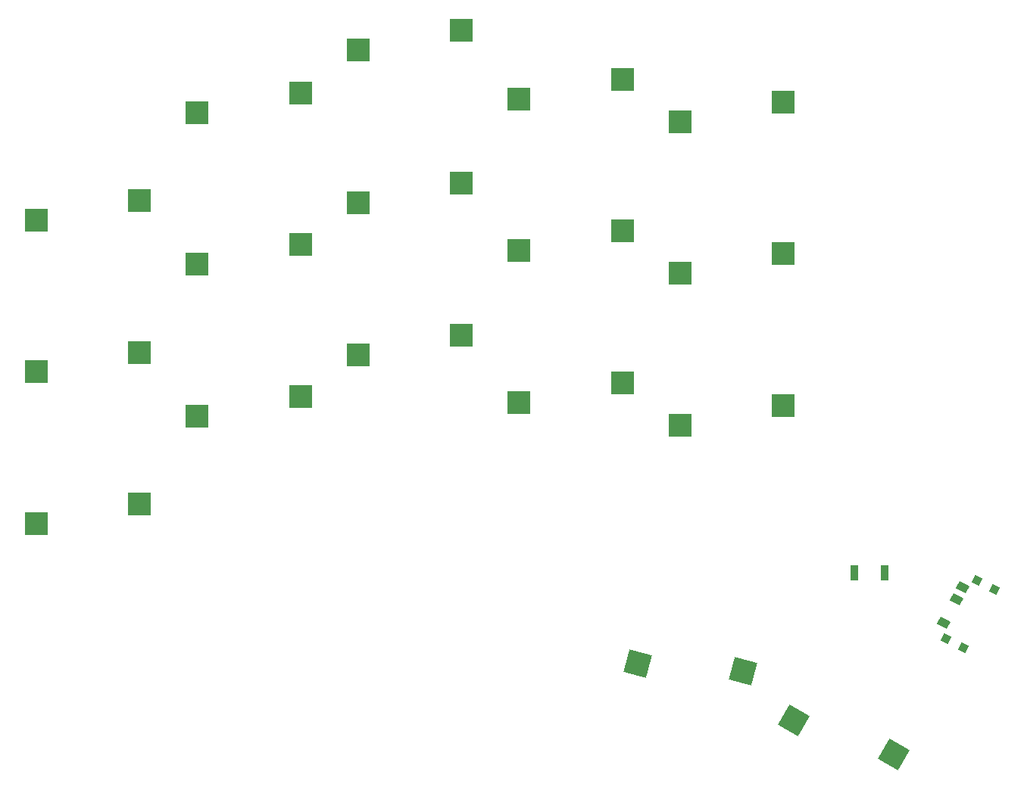
<source format=gbr>
%TF.GenerationSoftware,KiCad,Pcbnew,(6.0.7-1)-1*%
%TF.CreationDate,2022-09-01T14:34:03+02:00*%
%TF.ProjectId,sweep_no_curve,73776565-705f-46e6-9f5f-63757276652e,rev?*%
%TF.SameCoordinates,Original*%
%TF.FileFunction,Paste,Top*%
%TF.FilePolarity,Positive*%
%FSLAX46Y46*%
G04 Gerber Fmt 4.6, Leading zero omitted, Abs format (unit mm)*
G04 Created by KiCad (PCBNEW (6.0.7-1)-1) date 2022-09-01 14:34:03*
%MOMM*%
%LPD*%
G01*
G04 APERTURE LIST*
G04 Aperture macros list*
%AMRotRect*
0 Rectangle, with rotation*
0 The origin of the aperture is its center*
0 $1 length*
0 $2 width*
0 $3 Rotation angle, in degrees counterclockwise*
0 Add horizontal line*
21,1,$1,$2,0,0,$3*%
G04 Aperture macros list end*
%ADD10RotRect,2.600000X2.600000X150.000000*%
%ADD11R,2.600000X2.600000*%
%ADD12RotRect,2.600000X2.600000X165.000000*%
%ADD13RotRect,0.900000X1.250000X242.000000*%
%ADD14RotRect,0.900000X0.900000X242.000000*%
%ADD15R,0.900000X1.700000*%
G04 APERTURE END LIST*
D10*
%TO.C,SW17*%
X103544767Y-98295351D03*
X114647360Y-102165095D03*
%TD*%
D11*
%TO.C,SW5*%
X102355000Y-29130000D03*
X90805000Y-31330000D03*
%TD*%
%TO.C,SW4*%
X84355000Y-26630000D03*
X72805000Y-28830000D03*
%TD*%
%TO.C,SW9*%
X84355000Y-43580000D03*
X72805000Y-45780000D03*
%TD*%
%TO.C,SW3*%
X66355000Y-21130000D03*
X54805000Y-23330000D03*
%TD*%
%TO.C,SW8*%
X66355000Y-38246000D03*
X54805000Y-40446000D03*
%TD*%
%TO.C,SW2*%
X48355000Y-28130000D03*
X36805000Y-30330000D03*
%TD*%
%TO.C,SW7*%
X48355000Y-45104000D03*
X36805000Y-47304000D03*
%TD*%
%TO.C,SW1*%
X30355000Y-40130000D03*
X18805000Y-42330000D03*
%TD*%
%TO.C,SW6*%
X30355000Y-57130000D03*
X18805000Y-59330000D03*
%TD*%
%TO.C,SW10*%
X102335000Y-46120000D03*
X90785000Y-48320000D03*
%TD*%
%TO.C,SW15*%
X102335000Y-63138000D03*
X90785000Y-65338000D03*
%TD*%
%TO.C,SW14*%
X84355000Y-60598000D03*
X72805000Y-62798000D03*
%TD*%
%TO.C,SW13*%
X66355000Y-55264000D03*
X54805000Y-57464000D03*
%TD*%
%TO.C,SW12*%
X48355000Y-62122000D03*
X36805000Y-64322000D03*
%TD*%
D12*
%TO.C,SW16*%
X86092620Y-91929626D03*
X97818465Y-92793949D03*
%TD*%
D11*
%TO.C,SW11*%
X30355000Y-74130000D03*
X18805000Y-76330000D03*
%TD*%
D13*
%TO.C,POWER SW*%
X122424050Y-83439214D03*
X121719843Y-84763636D03*
X120311428Y-87412479D03*
D14*
X125908142Y-83649513D03*
X120491568Y-89150487D03*
X123965657Y-82616675D03*
X122434053Y-90183325D03*
%TD*%
D15*
%TO.C,RSW2*%
X110300000Y-81800000D03*
X113700000Y-81800000D03*
%TD*%
M02*

</source>
